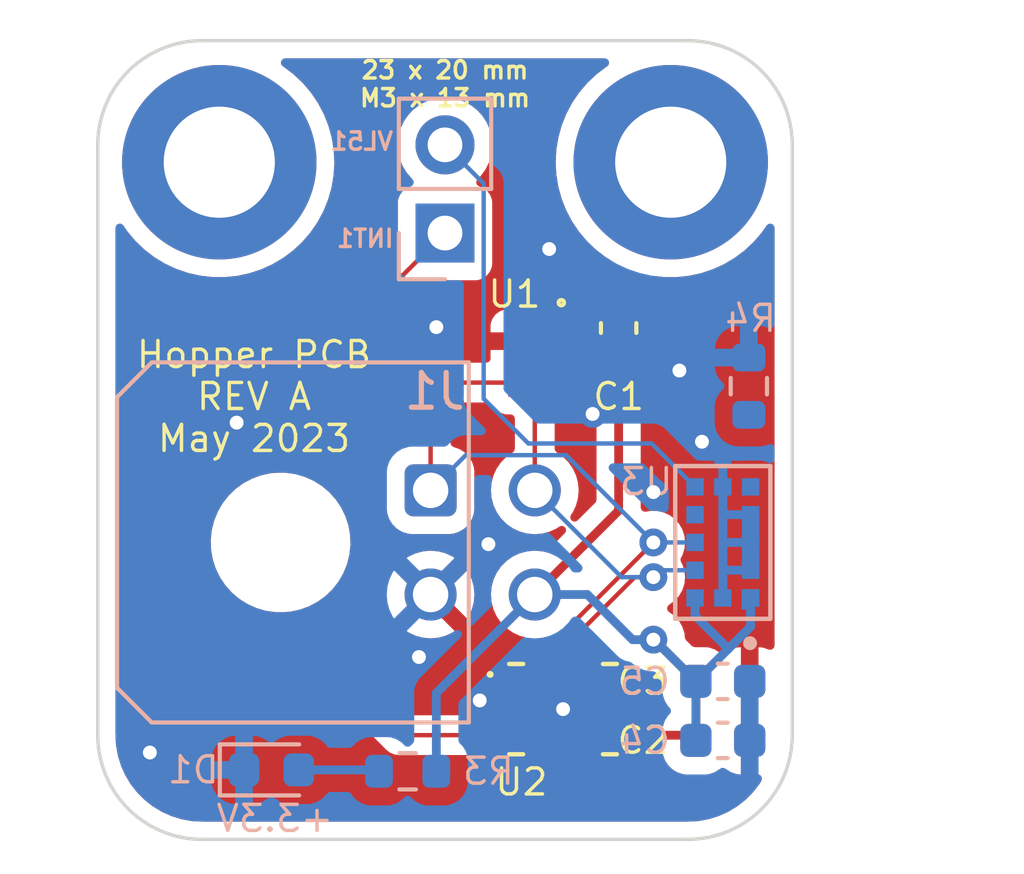
<source format=kicad_pcb>
(kicad_pcb (version 20211014) (generator pcbnew)
  (layers (0 "F.Cu" signal) (31 "B.Cu" signal) (34 "B.Paste" user) (35 "F.Paste" user) (36 "B.SilkS" user "B.Silkscreen") (37 "F.SilkS" user "F.Silkscreen") (38 "B.Mask" user) (39 "F.Mask" user) (44 "Edge.Cuts" user))
  (net 0 "")
  (net 1 "+3.3V")
  (net 2 "GND")
  (net 3 "/SDA")
  (net 4 "/SCL")
  (net 5 "Net-(D1-Pad2)")
  (net 6 "Net-(U3-Pad5)")
  (net 7 "/GPIO_LSM")
  (net 8 "/GPIO_VL5")
  (net 12 "Net-(R4-Pad2)")
  (footprint "Customs:PQFN50P300X250X86-14N" (layer "F.Cu") (at 113.4 119.25)
    (fp_text reference "U2" (at -1.2 2.1) (layer "F.SilkS") (effects (font (size 0.75 0.75) (thickness 0.1))))
    (fp_text value "LSM6DSMTR")
    (fp_line (start -1.15 -1.3) (end -1.55 -1.3) (layer "F.SilkS") (width 0.127))
    (fp_line (start -1.55 1.3) (end -1.15 1.3) (layer "F.SilkS") (width 0.127))
    (fp_line (start 1.55 1.3) (end 1.15 1.3) (layer "F.SilkS") (width 0.127))
    (fp_line (start 1.55 -1.3) (end 1.15 -1.3) (layer "F.SilkS") (width 0.127))
    (fp_circle (center -2.1 -1) (end -2.05 -1) (layer "F.SilkS") (width 0.1) (fill none))
    (pad "1" smd rect locked (at -1.16 -0.75) (size 0.6 0.35) (layers "F.Cu" "F.Paste" "F.Mask") (net 2 "GND"))
    (pad "2" smd rect locked (at -1.16 -0.25) (size 0.6 0.35) (layers "F.Cu" "F.Paste" "F.Mask") (net 2 "GND"))
    (pad "3" smd rect locked (at -1.16 0.25) (size 0.6 0.35) (layers "F.Cu" "F.Paste" "F.Mask") (net 2 "GND"))
    (pad "4" smd rect locked (at -1.16 0.75) (size 0.6 0.35) (layers "F.Cu" "F.Paste" "F.Mask") (net 7 "/GPIO_LSM"))
    (pad "5" smd rect locked (at -0.5 0.91 90) (size 0.6 0.35) (layers "F.Cu" "F.Paste" "F.Mask") (net 1 "+3.3V"))
    (pad "6" smd rect locked (at 0 0.91 90) (size 0.6 0.35) (layers "F.Cu" "F.Paste" "F.Mask") (net 2 "GND"))
    (pad "7" smd rect locked (at 0.5 0.91 90) (size 0.6 0.35) (layers "F.Cu" "F.Paste" "F.Mask") (net 2 "GND"))
    (pad "8" smd rect locked (at 1.16 0.75) (size 0.6 0.35) (layers "F.Cu" "F.Paste" "F.Mask") (net 1 "+3.3V"))
    (pad "9" smd rect locked (at 1.16 0.25) (size 0.6 0.35) (layers "F.Cu" "F.Paste" "F.Mask"))
    (pad "10" smd rect locked (at 1.16 -0.25) (size 0.6 0.35) (layers "F.Cu" "F.Paste" "F.Mask"))
    (pad "11" smd rect locked (at 1.16 -0.75) (size 0.6 0.35) (layers "F.Cu" "F.Paste" "F.Mask"))
    (pad "12" smd rect locked (at 0.5 -0.91 90) (size 0.6 0.35) (layers "F.Cu" "F.Paste" "F.Mask") (net 1 "+3.3V"))
    (pad "13" smd rect locked (at 0 -0.91 90) (size 0.6 0.35) (layers "F.Cu" "F.Paste" "F.Mask") (net 4 "/SCL"))
    (pad "14" smd rect locked (at -0.5 -0.91 90) (size 0.6 0.35) (layers "F.Cu" "F.Paste" "F.Mask") (net 3 "/SDA"))
  )
  (footprint "Customs:LTR-329ALS-01" (layer "F.Cu") (at 112.75 109.25 -90)
    (fp_text reference "U1" (at -1.95 0.75 180) (layer "F.SilkS") (effects (font (size 0.75 0.75) (thickness 0.1))))
    (fp_text value "LTR-329ALS-01" hide)
    (fp_circle (center -1.7049 -0.6) (end -1.6287 -0.6) (layer "F.SilkS") (width 0.12) (fill none))
    (pad "1" smd rect locked (at -0.5969 -0.599999 270) (size 0.8128 0.6604) (layers "F.Cu" "F.Paste" "F.Mask") (net 1 "+3.3V"))
    (pad "2" smd rect locked (at -0.5969 0.599999 270) (size 0.8128 0.6604) (layers "F.Cu" "F.Paste" "F.Mask") (net 2 "GND"))
    (pad "3" smd rect locked (at 0.5969 0.599999 270) (size 0.8128 0.6604) (layers "F.Cu" "F.Paste" "F.Mask") (net 3 "/SDA"))
    (pad "4" smd rect locked (at 0.5969 -0.599999 270) (size 0.8128 0.6604) (layers "F.Cu" "F.Paste" "F.Mask") (net 4 "/SCL"))
  )
  (footprint "MountingHole:MountingHole_3.2mm_M3_DIN965_Pad" (layer "F.Cu") (at 103.5 103.5)
    (fp_text reference "H1" hide)
    (fp_text value "M3")
    (pad "1" thru_hole circle (at 0 0) (size 5.6 5.6) (drill 3.2) (layers *.Cu *.Mask))
  )
  (footprint "Capacitor_SMD:C_0603_1608Metric" (layer "F.Cu") (at 115 108.275 90)
    (fp_text reference "C1" (at -1.975 0 180) (layer "F.SilkS") (effects (font (size 0.75 0.75) (thickness 0.1))))
    (fp_text value "1 uF 25V X5R 0603")
    (fp_line (start -0.14058 0.51) (end 0.14058 0.51) (layer "F.SilkS") (width 0.12))
    (fp_line (start -0.14058 -0.51) (end 0.14058 -0.51) (layer "F.SilkS") (width 0.12))
    (pad "1" smd roundrect (at -0.775 0 90) (size 0.9 0.95) (layers "F.Cu" "F.Paste" "F.Mask") (net 1 "+3.3V"))
    (pad "2" smd roundrect (at 0.775 0 90) (size 0.9 0.95) (layers "F.Cu" "F.Paste" "F.Mask") (net 2 "GND"))
  )
  (footprint "MountingHole:MountingHole_3.2mm_M3_DIN965_Pad" (layer "F.Cu") (at 116.5 103.5)
    (fp_text reference "H2" hide)
    (fp_text value "M3")
    (pad "1" thru_hole circle (at 0 0) (size 5.6 5.6) (drill 3.2) (layers *.Cu *.Mask))
  )
  (footprint "Capacitor_SMD:C_0603_1608Metric" (layer "F.Cu") (at 118 120.15 180)
    (fp_text reference "C2" (at 2.3 0) (layer "F.SilkS") (effects (font (size 0.75 0.75) (thickness 0.1))))
    (fp_text value "0.1 uF 50V X7R 0603")
    (fp_line (start -0.14058 0.51) (end 0.14058 0.51) (layer "F.SilkS") (width 0.12))
    (fp_line (start -0.14058 -0.51) (end 0.14058 -0.51) (layer "F.SilkS") (width 0.12))
    (pad "1" smd roundrect (at -0.775 0 180) (size 0.9 0.95) (layers "F.Cu" "F.Paste" "F.Mask") (net 2 "GND"))
    (pad "2" smd roundrect (at 0.775 0 180) (size 0.9 0.95) (layers "F.Cu" "F.Paste" "F.Mask") (net 1 "+3.3V"))
  )
  (footprint "Capacitor_SMD:C_0603_1608Metric" (layer "F.Cu") (at 118 118.45 180)
    (fp_text reference "C3" (at 2.3 0) (layer "F.SilkS") (effects (font (size 0.75 0.75) (thickness 0.1))))
    (fp_text value "0.1 uF 50V X7R 0603")
    (fp_line (start -0.14058 0.51) (end 0.14058 0.51) (layer "F.SilkS") (width 0.12))
    (fp_line (start -0.14058 -0.51) (end 0.14058 -0.51) (layer "F.SilkS") (width 0.12))
    (pad "1" smd roundrect (at -0.775 0 180) (size 0.9 0.95) (layers "F.Cu" "F.Paste" "F.Mask") (net 2 "GND"))
    (pad "2" smd roundrect (at 0.775 0 180) (size 0.9 0.95) (layers "F.Cu" "F.Paste" "F.Mask") (net 1 "+3.3V"))
  )
  (footprint "Capacitor_SMD:C_0603_1608Metric" (layer "B.Cu") (at 118 120.15)
    (fp_text reference "C4" (at -2.25 0) (layer "B.SilkS") (effects (font (size 0.75 0.75) (thickness 0.1)) (justify mirror)))
    (fp_text value "4.7 uF 6.3V X5R 0603")
    (fp_line (start -0.14058 0.51) (end 0.14058 0.51) (layer "B.SilkS") (width 0.12))
    (fp_line (start -0.14058 -0.51) (end 0.14058 -0.51) (layer "B.SilkS") (width 0.12))
    (pad "1" smd roundrect (at -0.775 0) (size 0.9 0.95) (layers "B.Cu" "B.Paste" "B.Mask") (net 1 "+3.3V"))
    (pad "2" smd roundrect (at 0.775 0) (size 0.9 0.95) (layers "B.Cu" "B.Paste" "B.Mask") (net 2 "GND"))
  )
  (footprint "Connector_Molex:Molex_Micro-Fit_3.0_43045-0400_2x02_P3.00mm_Horizontal" (layer "B.Cu") (at 109.585 112.95 -90)
    (fp_text reference "J1" (at -2.85 -0.115 180) (layer "B.SilkS") (effects (justify mirror)))
    (fp_text value "POWER/I2C")
    (fp_line (start -2.685 9.03) (end 5.685 9.03) (layer "B.SilkS") (width 0.12))
    (fp_line (start 6.685 -1.1) (end -3.685 -1.1) (layer "B.SilkS") (width 0.12))
    (fp_line (start -3.685 -1.1) (end -3.685 8.03) (layer "B.SilkS") (width 0.12))
    (fp_line (start -3.685 8.03) (end -2.685 9.03) (layer "B.SilkS") (width 0.12))
    (fp_line (start 6.685 8.03) (end 6.685 -1.1) (layer "B.SilkS") (width 0.12))
    (fp_line (start 5.685 9.03) (end 6.685 8.03) (layer "B.SilkS") (width 0.12))
    (pad "" np_thru_hole circle (at 1.5 4.32 270) (size 3 3) (drill 3) (layers *.Cu *.Mask))
    (pad "1" thru_hole roundrect (at 0 0 270) (size 1.5 1.5) (drill 1.02) (layers *.Cu *.Mask) (roundrect_rratio 0.166667) (net 3 "/SDA"))
    (pad "2" thru_hole circle (at 3 0 270) (size 1.5 1.5) (drill 1.02) (layers *.Cu *.Mask) (net 2 "GND"))
    (pad "3" thru_hole circle (at 0 -3 270) (size 1.5 1.5) (drill 1.02) (layers *.Cu *.Mask) (net 4 "/SCL"))
    (pad "4" thru_hole circle (at 3 -3 270) (size 1.5 1.5) (drill 1.02) (layers *.Cu *.Mask) (net 1 "+3.3V"))
  )
  (footprint "Capacitor_SMD:C_0603_1608Metric" (layer "B.Cu") (at 118 118.45)
    (fp_text reference "C5" (at -2.25 0) (layer "B.SilkS") (effects (font (size 0.75 0.75) (thickness 0.1)) (justify mirror)))
    (fp_text value "0.1 uF 50V X7R 0603")
    (fp_line (start -0.14058 -0.51) (end 0.14058 -0.51) (layer "B.SilkS") (width 0.12))
    (fp_line (start -0.14058 0.51) (end 0.14058 0.51) (layer "B.SilkS") (width 0.12))
    (pad "1" smd roundrect (at -0.775 0) (size 0.9 0.95) (layers "B.Cu" "B.Paste" "B.Mask") (net 1 "+3.3V"))
    (pad "2" smd roundrect (at 0.775 0) (size 0.9 0.95) (layers "B.Cu" "B.Paste" "B.Mask") (net 2 "GND"))
  )
  (footprint "Connector_PinHeader_2.54mm:PinHeader_1x02_P2.54mm_Vertical" (layer "B.Cu") (at 110 105.54)
    (fp_text reference "TP1" hide)
    (fp_text value "TestPoint_2Pole")
    (fp_line (start -1.33 -1.27) (end -1.33 -3.87) (layer "B.SilkS") (width 0.12))
    (fp_line (start 1.33 -1.27) (end 1.33 -3.87) (layer "B.SilkS") (width 0.12))
    (fp_line (start -1.33 1.33) (end 0 1.33) (layer "B.SilkS") (width 0.12))
    (fp_line (start -1.33 0) (end -1.33 1.33) (layer "B.SilkS") (width 0.12))
    (fp_line (start -1.33 -3.87) (end 1.33 -3.87) (layer "B.SilkS") (width 0.12))
    (fp_line (start -1.33 -1.27) (end 1.33 -1.27) (layer "B.SilkS") (width 0.12))
    (pad "1" thru_hole rect (at 0 0) (size 1.7 1.7) (drill 1) (layers *.Cu *.Mask) (net 7 "/GPIO_LSM"))
    (pad "2" thru_hole oval (at 0 -2.54) (size 1.7 1.7) (drill 1) (layers *.Cu *.Mask) (net 8 "/GPIO_VL5"))
  )
  (footprint "Customs:XDCR_VL53L3CXV0DH_1" (layer "B.Cu") (at 118 114.45 90)
    (fp_text reference "U3" (at 1.75 -2.2) (layer "B.SilkS") (effects (font (size 0.75 0.75) (thickness 0.1)) (justify mirror)))
    (fp_text value "VL53L3CXV0DH/1")
    (fp_line (start -2.2 1.37) (end -2.2 -1.37) (layer "B.SilkS") (width 0.127))
    (fp_line (start -2.2 1.37) (end 2.2 1.37) (layer "B.SilkS") (width 0.127))
    (fp_line (start 2.2 -1.37) (end 2.2 1.37) (layer "B.SilkS") (width 0.127))
    (fp_line (start 2.2 -1.37) (end -2.2 -1.37) (layer "B.SilkS") (width 0.127))
    (fp_circle (center -2.902 0.785) (end -2.802 0.785) (layer "B.SilkS") (width 0.2) (fill none))
    (pad "1" smd custom locked (at -1.6 0.8 90) (size 0.1 0.1) (layers "B.Cu") (net 1 "+3.3V") (options (clearance outline) (anchor rect)) (primitives (gr_poly (pts (xy 0.25 -0.25) (xy 0.25 0.25) (xy -0.25 0.25) (xy -0.25 0) (xy -0.33 0) (xy -0.33 -0.25)) (width 0.01) (fill yes))))
    (pad "2" smd rect locked (at -0.8 0.8 90) (size 0.5 0.5) (layers "B.Cu" "B.Paste" "B.Mask") (net 2 "GND"))
    (pad "3" smd rect locked (at 0 0.8 90) (size 0.5 0.5) (layers "B.Cu" "B.Paste" "B.Mask") (net 2 "GND"))
    (pad "4" smd rect locked (at 0.8 0.8 90) (size 0.5 0.5) (layers "B.Cu" "B.Paste" "B.Mask") (net 2 "GND"))
    (pad "5" smd rect locked (at 1.6 0.8 90) (size 0.5 0.5) (layers "B.Cu" "B.Paste" "B.Mask") (net 6 "Net-(U3-Pad5)"))
    (pad "6" smd rect locked (at 1.6 0 90) (size 0.5 0.5) (layers "B.Cu" "B.Paste" "B.Mask") (net 2 "GND"))
    (pad "7" smd rect locked (at 1.6 -0.8 90) (size 0.5 0.5) (layers "B.Cu" "B.Paste" "B.Mask") (net 8 "/GPIO_VL5"))
    (pad "8" smd rect locked (at 0.8 -0.8 90) (size 0.5 0.5) (layers "B.Cu" "B.Paste" "B.Mask"))
    (pad "9" smd rect locked (at 0 -0.8 90) (size 0.5 0.5) (layers "B.Cu" "B.Paste" "B.Mask") (net 3 "/SDA"))
    (pad "10" smd rect locked (at -0.8 -0.8 90) (size 0.5 0.5) (layers "B.Cu" "B.Paste" "B.Mask") (net 4 "/SCL"))
    (pad "11" smd rect locked (at -1.6 -0.8 90) (size 0.5 0.5) (layers "B.Cu" "B.Paste" "B.Mask") (net 1 "+3.3V"))
    (pad "12" smd rect locked (at -1.6 0 90) (size 0.5 0.5) (layers "B.Cu" "B.Paste" "B.Mask") (net 2 "GND"))
  )
  (footprint "LED_SMD:LED_0603_1608Metric" (layer "B.Cu") (at 105 121)
    (fp_text reference "D1" (at -2.25 0) (layer "B.SilkS") (effects (font (size 0.75 0.75) (thickness 0.1)) (justify mirror)))
    (fp_text value "RED 1.8V 2mA 0603")
    (fp_line (start 0.8 0.735) (end -1.485 0.735) (layer "B.SilkS") (width 0.12))
    (fp_line (start -1.485 0.735) (end -1.485 -0.735) (layer "B.SilkS") (width 0.12))
    (fp_line (start -1.485 -0.735) (end 0.8 -0.735) (layer "B.SilkS") (width 0.12))
    (pad "1" smd roundrect (at -0.7875 0) (size 0.875 0.95) (layers "B.Cu" "B.Paste" "B.Mask") (net 2 "GND"))
    (pad "2" smd roundrect (at 0.7875 0) (size 0.875 0.95) (layers "B.Cu" "B.Paste" "B.Mask") (net 5 "Net-(D1-Pad2)"))
  )
  (footprint "Resistor_SMD:R_0603_1608Metric" (layer "B.Cu") (at 118.75 109.95 -90)
    (fp_text reference "R4" (at -1.95 -0.05) (layer "B.SilkS") (effects (font (size 0.75 0.75) (thickness 0.1)) (justify mirror)))
    (fp_text value "10kOhm 1% 0603")
    (fp_line (start -0.237258 -0.5225) (end 0.237258 -0.5225) (layer "B.SilkS") (width 0.12))
    (fp_line (start -0.237258 0.5225) (end 0.237258 0.5225) (layer "B.SilkS") (width 0.12))
    (pad "1" smd roundrect (at -0.825 0 270) (size 0.8 0.95) (layers "B.Cu" "B.Paste" "B.Mask") (net 2 "GND"))
    (pad "2" smd roundrect (at 0.825 0 270) (size 0.8 0.95) (layers "B.Cu" "B.Paste" "B.Mask") (net 12 "Net-(R4-Pad2)"))
  )
  (footprint "Resistor_SMD:R_0603_1608Metric" (layer "B.Cu") (at 108.925 121.04)
    (fp_text reference "R3" (at 2.325 0) (layer "B.SilkS") (effects (font (size 0.75 0.75) (thickness 0.1)) (justify mirror)))
    (fp_text value "750Ohm 1% 0603")
    (fp_line (start -0.237258 0.5225) (end 0.237258 0.5225) (layer "B.SilkS") (width 0.12))
    (fp_line (start -0.237258 -0.5225) (end 0.237258 -0.5225) (layer "B.SilkS") (width 0.12))
    (pad "1" smd roundrect (at -0.825 0) (size 0.8 0.95) (layers "B.Cu" "B.Paste" "B.Mask") (net 5 "Net-(D1-Pad2)"))
    (pad "2" smd roundrect (at 0.825 0) (size 0.8 0.95) (layers "B.Cu" "B.Paste" "B.Mask") (net 1 "+3.3V"))
  )
  (gr_line (start 103 123) (end 117 123) (layer "Edge.Cuts") (width 0.1))
  (gr_arc (start 100 103) (mid 100.87868 100.87868) (end 103 100) (layer "Edge.Cuts") (width 0.1))
  (gr_line (start 100 103) (end 100 120) (layer "Edge.Cuts") (width 0.1))
  (gr_line (start 120 120) (end 120 103) (layer "Edge.Cuts") (width 0.1))
  (gr_line (start 117 100) (end 103 100) (layer "Edge.Cuts") (width 0.1))
  (gr_arc (start 117 100) (mid 119.12132 100.87868) (end 120 103) (layer "Edge.Cuts") (width 0.1))
  (gr_arc (start 103 123) (mid 100.87868 122.12132) (end 100 120) (layer "Edge.Cuts") (width 0.1))
  (gr_arc (start 120 120) (mid 119.12132 122.12132) (end 117 123) (layer "Edge.Cuts") (width 0.1))
  (gr_text "INT1" (at 107.7 105.7) (layer "B.SilkS") (effects (font (size 0.5 0.5) (thickness 0.1)) (justify mirror)))
  (gr_text "VL51" (at 107.6 102.9) (layer "B.SilkS") (effects (font (size 0.5 0.5) (thickness 0.1)) (justify mirror)))
  (gr_text "+3.3V" (at 105.1 122.4) (layer "B.SilkS") (effects (font (size 0.75 0.75) (thickness 0.1)) (justify mirror)))
  (gr_text "Hopper PCB\nREV A\nMay 2023\n" (at 104.5 110.25) (layer "F.SilkS") (effects (font (size 0.75 0.75) (thickness 0.1))))
  (gr_text "23 x 20 mm\nM3 x 13 mm" (at 110 101.25) (layer "F.SilkS") (effects (font (size 0.5 0.5) (thickness 0.1))))
  (segment (start 115 109.05) (end 113.746899 109.05) (width 0.254) (layer "F.Cu") (net 1))
  (segment (start 116 117.25) (end 116.025 117.25) (width 0.254) (layer "F.Cu") (net 1))
  (segment (start 115 113.535) (end 112.585 115.95) (width 0.254) (layer "F.Cu") (net 1))
  (segment (start 117.225 118.45) (end 117.225 120.15) (width 0.254) (layer "F.Cu") (net 1))
  (segment (start 115.3 120.85) (end 112.961 120.85) (width 0.254) (layer "F.Cu") (net 1))
  (segment (start 115.552 120.598) (end 115.3 120.85) (width 0.254) (layer "F.Cu") (net 1))
  (segment (start 113.902 118.196) (end 113.902 118.338) (width 0.254) (layer "F.Cu") (net 1))
  (segment (start 117.225 120.15) (end 117.077 120.002) (width 0.254) (layer "F.Cu") (net 1))
  (segment (start 112.898 120.787) (end 112.898 120.16) (width 0.254) (layer "F.Cu") (net 1))
  (segment (start 115.552 120.002) (end 115.552 118.363) (width 0.254) (layer "F.Cu") (net 1))
  (segment (start 112.961 120.85) (end 112.898 120.787) (width 0.254) (layer "F.Cu") (net 1))
  (segment (start 115.552 120.002) (end 115.552 120.598) (width 0.254) (layer "F.Cu") (net 1))
  (segment (start 115.552 120.002) (end 114.56 120.002) (width 0.254) (layer "F.Cu") (net 1))
  (segment (start 117.077 120.002) (end 115.552 120.002) (width 0.254) (layer "F.Cu") (net 1))
  (segment (start 115.552 118.363) (end 115.187 117.998) (width 0.254) (layer "F.Cu") (net 1))
  (segment (start 116.025 117.25) (end 117.225 118.45) (width 0.254) (layer "F.Cu") (net 1))
  (segment (start 115 109.05) (end 115 113.535) (width 0.254) (layer "F.Cu") (net 1))
  (segment (start 113.746899 109.05) (end 113.349999 108.6531) (width 0.254) (layer "F.Cu") (net 1))
  (segment (start 115.187 117.998) (end 114.1 117.998) (width 0.254) (layer "F.Cu") (net 1))
  (segment (start 114.1 117.998) (end 113.902 118.196) (width 0.254) (layer "F.Cu") (net 1))
  (via (at 116 117.25) (size 0.8) (drill 0.4) (layers "F.Cu" "B.Cu") (net 1))
  (segment (start 116.025 117.25) (end 117.225 118.45) (width 0.254) (layer "B.Cu") (net 1))
  (segment (start 118.8 116.05) (end 118.8 116.875) (width 0.254) (layer "B.Cu") (net 1))
  (segment (start 117.225 120.15) (end 117.225 118.45) (width 0.254) (layer "B.Cu") (net 1))
  (segment (start 109.75 121.04) (end 109.75 118.785) (width 0.254) (layer "B.Cu") (net 1))
  (segment (start 114.1 115.95) (end 114.7 116.55) (width 0.254) (layer "B.Cu") (net 1))
  (segment (start 112.585 115.95) (end 114.1 115.95) (width 0.254) (layer "B.Cu") (net 1))
  (segment (start 118.1625 117.5125) (end 117.225 118.45) (width 0.254) (layer "B.Cu") (net 1))
  (segment (start 118.1585 117.5125) (end 118.1625 117.5125) (width 0.254) (layer "B.Cu") (net 1))
  (segment (start 117.2 116.05) (end 117.2 116.554) (width 0.254) (layer "B.Cu") (net 1))
  (segment (start 114.7 116.55) (end 115.4 117.25) (width 0.254) (layer "B.Cu") (net 1))
  (segment (start 116 117.25) (end 116.025 117.25) (width 0.254) (layer "B.Cu") (net 1))
  (segment (start 118.8 116.875) (end 118.1625 117.5125) (width 0.254) (layer "B.Cu") (net 1))
  (segment (start 117.2 116.554) (end 118.1585 117.5125) (width 0.254) (layer "B.Cu") (net 1))
  (segment (start 115.4 117.25) (end 116 117.25) (width 0.254) (layer "B.Cu") (net 1))
  (segment (start 109.75 118.785) (end 112.585 115.95) (width 0.254) (layer "B.Cu") (net 1))
  (segment (start 113.15 119) (end 113.4 119.25) (width 0.127) (layer "F.Cu") (net 2))
  (segment (start 113.9 120.16) (end 113.4 120.16) (width 0.127) (layer "F.Cu") (net 2))
  (segment (start 112.24 119) (end 113.15 119) (width 0.127) (layer "F.Cu") (net 2))
  (segment (start 112.24 119.5) (end 112.24 118.5) (width 0.127) (layer "F.Cu") (net 2))
  (segment (start 113.4 120.16) (end 113.4 119.25) (width 0.127) (layer "F.Cu") (net 2))
  (segment (start 112.24 119.5) (end 113.15 119.5) (width 0.127) (layer "F.Cu") (net 2))
  (segment (start 113.9 120.16) (end 113.9 119.75) (width 0.127) (layer "F.Cu") (net 2))
  (segment (start 113.9 119.75) (end 113.4 119.25) (width 0.127) (layer "F.Cu") (net 2))
  (segment (start 113.15 119.5) (end 113.4 119.25) (width 0.127) (layer "F.Cu") (net 2))
  (via (at 111.25 114.5) (size 0.8) (drill 0.4) (layers "F.Cu" "B.Cu") (net 2))
  (via (at 116.75 109.5) (size 0.8) (drill 0.4) (layers "F.Cu" "B.Cu") (net 2))
  (via (at 109.75 108.25) (size 0.8) (drill 0.4) (layers "F.Cu" "B.Cu") (net 2))
  (via (at 113 106) (size 0.8) (drill 0.4) (layers "F.Cu" "B.Cu") (net 2))
  (via (at 111 119) (size 0.8) (drill 0.4) (layers "F.Cu" "B.Cu") (net 2))
  (via (at 109.25 117.75) (size 0.8) (drill 0.4) (layers "F.Cu" "B.Cu") (net 2))
  (via (at 117.4 111.55) (size 0.8) (drill 0.4) (layers "F.Cu" "B.Cu") (net 2))
  (via (at 104 111) (size 0.8) (drill 0.4) (layers "F.Cu" "B.Cu") (net 2))
  (via (at 114.25 110.75) (size 0.8) (drill 0.4) (layers "F.Cu" "B.Cu") (net 2))
  (via (at 101.5 120.5) (size 0.8) (drill 0.4) (layers "F.Cu" "B.Cu") (net 2))
  (via (at 113.4 119.25) (size 0.8) (drill 0.4) (layers "F.Cu" "B.Cu") (net 2))
  (via (at 116 113) (size 0.8) (drill 0.4) (layers "F.Cu" "B.Cu") (net 2))
  (segment (start 118.8 114.45) (end 118.1 114.45) (width 0.254) (layer "B.Cu") (net 2))
  (segment (start 118 112.85) (end 118 112.15) (width 0.254) (layer "B.Cu") (net 2))
  (segment (start 118.1 113.65) (end 118 113.55) (width 0.254) (layer "B.Cu") (net 2))
  (segment (start 118 116.05) (end 118 115.15) (width 0.254) (layer "B.Cu") (net 2))
  (segment (start 118 115.15) (end 118 114.55) (width 0.254) (layer "B.Cu") (net 2))
  (segment (start 118.1 114.45) (end 118 114.55) (width 0.254) (layer "B.Cu") (net 2))
  (segment (start 118.8 115.25) (end 118.8 113.65) (width 0.254) (layer "B.Cu") (net 2))
  (segment (start 118 114.55) (end 118 113.55) (width 0.254) (layer "B.Cu") (net 2))
  (segment (start 118.8 115.25) (end 118.1 115.25) (width 0.254) (layer "B.Cu") (net 2))
  (segment (start 118.8 113.65) (end 118.1 113.65) (width 0.254) (layer "B.Cu") (net 2))
  (segment (start 118.1 115.25) (end 118 115.15) (width 0.254) (layer "B.Cu") (net 2))
  (segment (start 118 112.15) (end 117.4 111.55) (width 0.254) (layer "B.Cu") (net 2))
  (segment (start 118 113.55) (end 118 112.85) (width 0.254) (layer "B.Cu") (net 2))
  (segment (start 116 114.45) (end 115.7 114.45) (width 0.127) (layer "F.Cu") (net 3))
  (segment (start 116 114.45) (end 112.9 117.55) (width 0.127) (layer "F.Cu") (net 3))
  (segment (start 110.0531 109.8469) (end 109.585 110.315) (width 0.127) (layer "F.Cu") (net 3))
  (segment (start 112.150001 109.8469) (end 110.0531 109.8469) (width 0.127) (layer "F.Cu") (net 3))
  (segment (start 109.585 110.315) (end 109.585 112.95) (width 0.127) (layer "F.Cu") (net 3))
  (segment (start 112.9 117.55) (end 112.9 118.34) (width 0.127) (layer "F.Cu") (net 3))
  (via (at 116 114.45) (size 0.8) (drill 0.4) (layers "F.Cu" "B.Cu") (net 3))
  (segment (start 109.585 112.95) (end 110.5985 111.9365) (width 0.127) (layer "B.Cu") (net 3))
  (segment (start 117.2 114.45) (end 116 114.45) (width 0.127) (layer "B.Cu") (net 3))
  (segment (start 110.5985 111.9365) (end 113.4865 111.9365) (width 0.127) (layer "B.Cu") (net 3))
  (segment (start 113.4865 111.9365) (end 116 114.45) (width 0.127) (layer "B.Cu") (net 3))
  (segment (start 112.585 110.611899) (end 113.349999 109.8469) (width 0.127) (layer "F.Cu") (net 4))
  (segment (start 112.585 112.95) (end 112.585 110.611899) (width 0.127) (layer "F.Cu") (net 4))
  (segment (start 115.462448 115.45) (end 116 115.45) (width 0.127) (layer "F.Cu") (net 4))
  (segment (start 113.4 118.34) (end 113.4 117.512448) (width 0.127) (layer "F.Cu") (net 4))
  (segment (start 113.4 117.512448) (end 115.462448 115.45) (width 0.127) (layer "F.Cu") (net 4))
  (via (at 116 115.45) (size 0.8) (drill 0.4) (layers "F.Cu" "B.Cu") (net 4))
  (segment (start 112.585 112.95) (end 115.085 115.45) (width 0.127) (layer "B.Cu") (net 4))
  (segment (start 116.2 115.25) (end 116 115.45) (width 0.127) (layer "B.Cu") (net 4))
  (segment (start 115.085 115.45) (end 116 115.45) (width 0.127) (layer "B.Cu") (net 4))
  (segment (start 117.2 115.25) (end 116.2 115.25) (width 0.127) (layer "B.Cu") (net 4))
  (segment (start 105.7875 121) (end 108.06 121) (width 0.254) (layer "B.Cu") (net 5))
  (segment (start 108.06 121) (end 108.1 121.04) (width 0.254) (layer "B.Cu") (net 5))
  (segment (start 108.7 120) (end 108.1 119.4) (width 0.127) (layer "F.Cu") (net 7))
  (segment (start 112.24 120) (end 108.7 120) (width 0.127) (layer "F.Cu") (net 7))
  (segment (start 108.1 107.44) (end 110 105.54) (width 0.127) (layer "F.Cu") (net 7))
  (segment (start 108.1 119.4) (end 108.1 107.44) (width 0.127) (layer "F.Cu") (net 7))
  (segment (start 111.1135 110.3135) (end 111.1135 104.1135) (width 0.127) (layer "B.Cu") (net 8))
  (segment (start 112.4 111.6) (end 111.1135 110.3135) (width 0.127) (layer "B.Cu") (net 8))
  (segment (start 115.95 111.6) (end 112.4 111.6) (width 0.127) (layer "B.Cu") (net 8))
  (segment (start 111.1135 104.1135) (end 110 103) (width 0.127) (layer "B.Cu") (net 8))
  (segment (start 117.2 112.85) (end 115.95 111.6) (width 0.127) (layer "B.Cu") (net 8))
  (zone (net 2) (net_name "GND") (layers F&B.Cu) (priority 1) (connect_pads (clearance 0.508)) (min_thickness 0.254) (fill yes (thermal_gap 0.508) (thermal_bridge_width 0.508) (smoothing fillet) (radius 1))
    (polygon (pts (xy 121 124) (xy 99 124) (xy 99 99) (xy 121 99)))
  )
)
</source>
